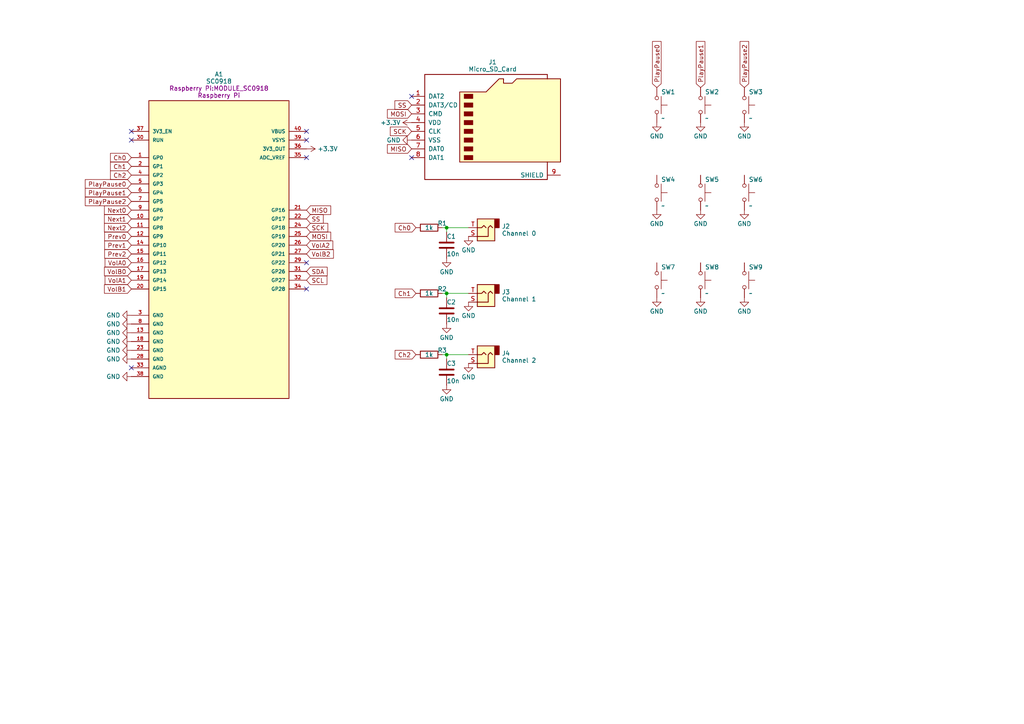
<source format=kicad_sch>
(kicad_sch (version 20230121) (generator eeschema)
  (paper "A4")
  (lib_symbols
    (symbol "Connector:Micro_SD_Card" (pin_names (offset 1.016))
      (property "Reference" "J" (at -16.51 15.24 0))
      (property "Value" "Micro_SD_Card" (at 16.51 15.24 0))
      (symbol "Micro_SD_Card_0_1"
        (rectangle (start -7.62 -9.525) (end -5.08 -10.795) (fill (type outline)))
        (rectangle (start -7.62 -6.985) (end -5.08 -8.255) (fill (type outline)))
        (rectangle (start -7.62 -4.445) (end -5.08 -5.715) (fill (type outline)))
        (rectangle (start -7.62 -1.905) (end -5.08 -3.175) (fill (type outline)))
        (rectangle (start -7.62 0.635) (end -5.08 -0.635) (fill (type outline)))
        (rectangle (start -7.62 3.175) (end -5.08 1.905) (fill (type outline)))
        (rectangle (start -7.62 5.715) (end -5.08 4.445) (fill (type outline)))
        (rectangle (start -7.62 8.255) (end -5.08 6.985) (fill (type outline)))
        (polyline (pts (xy 16.51 12.7) (xy 16.51 13.97) (xy -19.05 13.97) (xy -19.05 -16.51) (xy 16.51 -16.51) (xy 16.51 -11.43)) (stroke (width 0.254)))
        (polyline (pts (xy -8.89 -11.43) (xy -8.89 8.89) (xy -1.27 8.89) (xy 2.54 12.7) (xy 3.81 12.7) (xy 3.81 11.43) (xy 6.35 11.43) (xy 7.62 12.7) (xy 20.32 12.7) (xy 20.32 -11.43) (xy -8.89 -11.43)) (stroke (width 0.254)) (fill (type background)))
      )
      (symbol "Micro_SD_Card_1_1"
        (pin bidirectional line (at -22.86 7.62 0) (length 3.81) (name "DAT2") (number "1"))
        (pin bidirectional line (at -22.86 5.08 0) (length 3.81) (name "DAT3/CD") (number "2"))
        (pin input line (at -22.86 2.54 0) (length 3.81) (name "CMD") (number "3"))
        (pin power_in line (at -22.86 0 0) (length 3.81) (name "VDD") (number "4"))
        (pin input line (at -22.86 -2.54 0) (length 3.81) (name "CLK") (number "5"))
        (pin power_in line (at -22.86 -5.08 0) (length 3.81) (name "VSS") (number "6"))
        (pin bidirectional line (at -22.86 -7.62 0) (length 3.81) (name "DAT0") (number "7"))
        (pin bidirectional line (at -22.86 -10.16 0) (length 3.81) (name "DAT1") (number "8"))
        (pin passive line (at 20.32 -15.24 180) (length 3.81) (name "SHIELD") (number "9"))
      )
    )
    (symbol "Connector_Audio:AudioJack2"
      (property "Reference" "J" (at 0 8.89 0))
      (property "Value" "AudioJack2" (at 0 6.35 0))
      (symbol "AudioJack2_0_1"
        (rectangle (start -3.81 0) (end -2.54 -2.54) (stroke (width 0.254)) (fill (type outline)))
        (rectangle (start -2.54 3.81) (end 2.54 -2.54) (stroke (width 0.254)) (fill (type background)))
        (polyline (pts (xy 0 0) (xy 0.635 -0.635) (xy 1.27 0) (xy 2.54 0)) (stroke (width 0.254)))
        (polyline (pts (xy 2.54 2.54) (xy -0.635 2.54) (xy -0.635 0) (xy -1.27 -0.635) (xy -1.905 0)) (stroke (width 0.254)))
      )
      (symbol "AudioJack2_1_1"
        (pin passive line (at 5.08 2.54 180) (length 2.54) (name "~") (number "S"))
        (pin passive line (at 5.08 0 180) (length 2.54) (name "~") (number "T"))
      )
    )
    (symbol "Device:C" (pin_numbers hide) (pin_names (offset 0.254))
      (property "Reference" "C" (at 0.635 2.54 0))
      (property "Value" "C" (at 0.635 -2.54 0))
      (symbol "C_0_1"
        (polyline (pts (xy -2.032 -0.762) (xy 2.032 -0.762)) (stroke (width 0.508)))
        (polyline (pts (xy -2.032 0.762) (xy 2.032 0.762)) (stroke (width 0.508)))
      )
      (symbol "C_1_1"
        (pin passive line (at 0 3.81 270) (length 2.794) (name "~") (number "1"))
        (pin passive line (at 0 -3.81 90) (length 2.794) (name "~") (number "2"))
      )
    )
    (symbol "Device:R" (pin_numbers hide) (pin_names (offset 0))
      (property "Reference" "R" (at 2.032 0 90))
      (property "Value" "R" (at 0 0 90))
      (symbol "R_0_1"
        (rectangle (start -1.016 -2.54) (end 1.016 2.54) (stroke (width 0.254)))
      )
      (symbol "R_1_1"
        (pin passive line (at 0 3.81 270) (length 1.27) (name "~") (number "1"))
        (pin passive line (at 0 -3.81 90) (length 1.27) (name "~") (number "2"))
      )
    )
    (symbol "Pico W:SC0918" (pin_names (offset 1.016))
      (property "Reference" "A1" (at 0 58.42 0))
      (property "Value" "SC0918" (at 0 55.88 0))
      (property "Footprint" "Raspberry Pi:MODULE_SC0918" (at -12.7 -46.99 0))
      (property "manufacturer" "Raspberry Pi" (at 0 53.34 0))
      (symbol "SC0918_0_0"
        (pin bidirectional line (at -25.4 26.67 0) (length 5.08) (name "GP0") (number "1"))
        (pin bidirectional line (at -25.4 8.89 0) (length 5.08) (name "GP7") (number "10"))
        (pin bidirectional line (at -25.4 6.35 0) (length 5.08) (name "GP8") (number "11"))
        (pin bidirectional line (at -25.4 3.81 0) (length 5.08) (name "GP9") (number "12"))
        (pin power_in line (at -25.4 -24.13 0) (length 5.08) (name "GND") (number "13"))
        (pin bidirectional line (at -25.4 1.27 0) (length 5.08) (name "GP10") (number "14"))
        (pin bidirectional line (at -25.4 -1.27 0) (length 5.08) (name "GP11") (number "15"))
        (pin bidirectional line (at -25.4 -3.81 0) (length 5.08) (name "GP12") (number "16"))
        (pin bidirectional line (at -25.4 -6.35 0) (length 5.08) (name "GP13") (number "17"))
        (pin power_in line (at -25.4 -26.67 0) (length 5.08) (name "GND") (number "18"))
        (pin bidirectional line (at -25.4 -8.89 0) (length 5.08) (name "GP14") (number "19"))
        (pin bidirectional line (at -25.4 24.13 0) (length 5.08) (name "GP1") (number "2"))
        (pin bidirectional line (at -25.4 -11.43 0) (length 5.08) (name "GP15") (number "20"))
        (pin bidirectional line (at 25.4 11.43 180) (length 5.08) (name "GP16") (number "21"))
        (pin bidirectional line (at 25.4 8.89 180) (length 5.08) (name "GP17") (number "22"))
        (pin power_in line (at -25.4 -29.21 0) (length 5.08) (name "GND") (number "23"))
        (pin bidirectional line (at 25.4 6.35 180) (length 5.08) (name "GP18") (number "24"))
        (pin bidirectional line (at 25.4 3.81 180) (length 5.08) (name "GP19") (number "25"))
        (pin bidirectional line (at 25.4 1.27 180) (length 5.08) (name "GP20") (number "26"))
        (pin bidirectional line (at 25.4 -1.27 180) (length 5.08) (name "GP21") (number "27"))
        (pin power_in line (at -25.4 -31.75 0) (length 5.08) (name "GND") (number "28"))
        (pin bidirectional line (at 25.4 -3.81 180) (length 5.08) (name "GP22") (number "29"))
        (pin power_in line (at -25.4 -19.05 0) (length 5.08) (name "GND") (number "3"))
        (pin input line (at -25.4 31.75 0) (length 5.08) (name "RUN") (number "30"))
        (pin bidirectional line (at 25.4 -6.35 180) (length 5.08) (name "GP26") (number "31"))
        (pin bidirectional line (at 25.4 -8.89 180) (length 5.08) (name "GP27") (number "32"))
        (pin power_in line (at -25.4 -34.29 0) (length 5.08) (name "AGND") (number "33"))
        (pin bidirectional line (at 25.4 -11.43 180) (length 5.08) (name "GP28") (number "34"))
        (pin power_in line (at 25.4 26.67 180) (length 5.08) (name "ADC_VREF") (number "35"))
        (pin power_in line (at 25.4 29.21 180) (length 5.08) (name "3V3_OUT") (number "36"))
        (pin input line (at -25.4 34.29 0) (length 5.08) (name "3V3_EN") (number "37"))
        (pin power_in line (at -25.4 -36.83 0) (length 5.08) (name "GND") (number "38"))
        (pin free line (at 25.4 31.75 180) (length 5.08) (name "VSYS") (number "39"))
        (pin bidirectional line (at -25.4 21.59 0) (length 5.08) (name "GP2") (number "4"))
        (pin free line (at 25.4 34.29 180) (length 5.08) (name "VBUS") (number "40"))
        (pin bidirectional line (at -25.4 19.05 0) (length 5.08) (name "GP3") (number "5"))
        (pin bidirectional line (at -25.4 16.51 0) (length 5.08) (name "GP4") (number "6"))
        (pin bidirectional line (at -25.4 13.97 0) (length 5.08) (name "GP5") (number "7"))
        (pin power_in line (at -25.4 -21.59 0) (length 5.08) (name "GND") (number "8"))
        (pin bidirectional line (at -25.4 11.43 0) (length 5.08) (name "GP6") (number "9"))
      )
      (symbol "SC0918_1_0"
        (rectangle (start -20.32 43.18) (end 20.32 -43.18) (stroke (width 0.254)) (fill (type background)))
      )
    )
    (symbol "Switch:SW_Push" (pin_numbers hide) (pin_names (offset 1.016) hide)
      (property "Reference" "SW" (at 1.27 2.54 0))
      (property "Value" "SW_Push" (at 0 -1.524 0))
      (symbol "SW_Push_0_1"
        (circle (center -2.032 0) (radius 0.508))
        (polyline (pts (xy 0 1.27) (xy 0 3.048)))
        (polyline (pts (xy 2.54 1.27) (xy -2.54 1.27)))
        (circle (center 2.032 0) (radius 0.508))
        (pin passive line (at -5.08 0 0) (length 2.54) (name "1") (number "1"))
        (pin passive line (at 5.08 0 180) (length 2.54) (name "2") (number "2"))
      )
    )
    (symbol "power:+3.3V" (power) (pin_names (offset 0))
      (property "Value" "+3.3V" (at 0 3.556 0))
      (symbol "+3.3V_0_1"
        (polyline (pts (xy -0.762 1.27) (xy 0 2.54)))
        (polyline (pts (xy 0 0) (xy 0 2.54)))
        (polyline (pts (xy 0 2.54) (xy 0.762 1.27)))
      )
      (symbol "+3.3V_1_1"
        (pin power_in line (at 0 0 90) (length 0) hide (name "+3.3V") (number "1"))
      )
    )
    (symbol "power:GND" (power) (pin_names (offset 0))
      (property "Value" "GND" (at 0 -3.81 0))
      (symbol "GND_0_1"
        (polyline (pts (xy 0 0) (xy 0 -1.27) (xy 1.27 -1.27) (xy 0 -2.54) (xy -1.27 -1.27) (xy 0 -1.27)))
      )
      (symbol "GND_1_1"
        (pin power_in line (at 0 0 270) (length 0) hide (name "GND") (number "1"))
      )
    )
  )
  (junction (at 129.54 85.09))
  (junction (at 129.54 66.04))
  (junction (at 129.54 102.87))
  (no_connect (at 38.1 40.64))
  (no_connect (at 119.38 27.94))
  (no_connect (at 38.1 106.68))
  (no_connect (at 88.9 45.72))
  (no_connect (at 88.9 40.64))
  (no_connect (at 88.9 83.82))
  (no_connect (at 38.1 38.1))
  (no_connect (at 88.9 38.1))
  (no_connect (at 119.38 45.72))
  (no_connect (at 88.9 76.2))
  (wire (pts (xy 129.54 66.04) (xy 135.89 66.04)))
  (wire (pts (xy 129.54 102.87) (xy 135.89 102.87)))
  (wire (pts (xy 129.54 66.04) (xy 129.54 67.31)))
  (wire (pts (xy 129.54 85.09) (xy 129.54 86.36)))
  (wire (pts (xy 129.54 85.09) (xy 135.89 85.09)))
  (wire (pts (xy 128.27 66.04) (xy 129.54 66.04)))
  (wire (pts (xy 128.27 102.87) (xy 129.54 102.87)))
  (wire (pts (xy 129.54 102.87) (xy 129.54 104.14)))
  (wire (pts (xy 128.27 85.09) (xy 129.54 85.09)))
  (global_label "Next2" (shape input) (at 38.1 66.04 180) (property "Intersheetrefs" "${INTERSHEET_REFS}" (effects hide)))
  (global_label "PlayPause2" (shape input) (at 215.9 25.4 90) (property "Intersheetrefs" "${INTERSHEET_REFS}" (effects hide)))
  (global_label "PlayPause1" (shape input) (at 203.2 25.4 90) (property "Intersheetrefs" "${INTERSHEET_REFS}" (effects hide)))
  (global_label "Ch2" (shape input) (at 38.1 50.8 180) (property "Intersheetrefs" "${INTERSHEET_REFS}" (effects hide)))
  (global_label "Ch0" (shape input) (at 38.1 45.72 180) (property "Intersheetrefs" "${INTERSHEET_REFS}" (effects hide)))
  (global_label "MISO" (shape input) (at 119.38 43.18 180) (property "Intersheetrefs" "${INTERSHEET_REFS}" (effects hide)))
  (global_label "PlayPause0" (shape input) (at 190.5 25.4 90) (property "Intersheetrefs" "${INTERSHEET_REFS}" (effects hide)))
  (global_label "SCK" (shape input) (at 119.38 38.1 180) (property "Intersheetrefs" "${INTERSHEET_REFS}" (effects hide)))
  (global_label "MOSI" (shape input) (at 88.9 68.58 0) (property "Intersheetrefs" "${INTERSHEET_REFS}" (effects hide)))
  (global_label "Ch2" (shape input) (at 120.65 102.87 180) (property "Intersheetrefs" "${INTERSHEET_REFS}" (effects hide)))
  (global_label "VolB2" (shape input) (at 88.9 73.66 0) (property "Intersheetrefs" "${INTERSHEET_REFS}" (effects hide)))
  (global_label "Prev2" (shape input) (at 38.1 73.66 180) (property "Intersheetrefs" "${INTERSHEET_REFS}" (effects hide)))
  (global_label "VolA1" (shape input) (at 38.1 81.28 180) (property "Intersheetrefs" "${INTERSHEET_REFS}" (effects hide)))
  (global_label "Ch1" (shape input) (at 120.65 85.09 180) (property "Intersheetrefs" "${INTERSHEET_REFS}" (effects hide)))
  (global_label "VolA0" (shape input) (at 38.1 76.2 180) (property "Intersheetrefs" "${INTERSHEET_REFS}" (effects hide)))
  (global_label "SDA" (shape input) (at 88.9 78.74 0) (property "Intersheetrefs" "${INTERSHEET_REFS}" (effects hide)))
  (global_label "PlayPause0" (shape input) (at 38.1 53.34 180) (property "Intersheetrefs" "${INTERSHEET_REFS}" (effects hide)))
  (global_label "VolB1" (shape input) (at 38.1 83.82 180) (property "Intersheetrefs" "${INTERSHEET_REFS}" (effects hide)))
  (global_label "PlayPause1" (shape input) (at 38.1 55.88 180) (property "Intersheetrefs" "${INTERSHEET_REFS}" (effects hide)))
  (global_label "PlayPause2" (shape input) (at 38.1 58.42 180) (property "Intersheetrefs" "${INTERSHEET_REFS}" (effects hide)))
  (global_label "Prev1" (shape input) (at 38.1 71.12 180) (property "Intersheetrefs" "${INTERSHEET_REFS}" (effects hide)))
  (global_label "MOSI" (shape input) (at 119.38 33.02 180) (property "Intersheetrefs" "${INTERSHEET_REFS}" (effects hide)))
  (global_label "SS" (shape input) (at 119.38 30.48 180) (property "Intersheetrefs" "${INTERSHEET_REFS}" (effects hide)))
  (global_label "Next1" (shape input) (at 38.1 63.5 180) (property "Intersheetrefs" "${INTERSHEET_REFS}" (effects hide)))
  (global_label "VolB0" (shape input) (at 38.1 78.74 180) (property "Intersheetrefs" "${INTERSHEET_REFS}" (effects hide)))
  (global_label "SS" (shape input) (at 88.9 63.5 0) (property "Intersheetrefs" "${INTERSHEET_REFS}" (effects hide)))
  (global_label "Ch1" (shape input) (at 38.1 48.26 180) (property "Intersheetrefs" "${INTERSHEET_REFS}" (effects hide)))
  (global_label "Ch0" (shape input) (at 120.65 66.04 180) (property "Intersheetrefs" "${INTERSHEET_REFS}" (effects hide)))
  (global_label "MISO" (shape input) (at 88.9 60.96 0) (property "Intersheetrefs" "${INTERSHEET_REFS}" (effects hide)))
  (global_label "SCL" (shape input) (at 88.9 81.28 0) (property "Intersheetrefs" "${INTERSHEET_REFS}" (effects hide)))
  (global_label "Prev0" (shape input) (at 38.1 68.58 180) (property "Intersheetrefs" "${INTERSHEET_REFS}" (effects hide)))
  (global_label "Next0" (shape input) (at 38.1 60.96 180) (property "Intersheetrefs" "${INTERSHEET_REFS}" (effects hide)))
  (global_label "VolA2" (shape input) (at 88.9 71.12 0) (property "Intersheetrefs" "${INTERSHEET_REFS}" (effects hide)))
  (global_label "SCK" (shape input) (at 88.9 66.04 0) (property "Intersheetrefs" "${INTERSHEET_REFS}" (effects hide)))
  (symbol (lib_id "Switch:SW_Push") (at 190.5 81.28 270) (unit 1)
    (property "Reference" "SW7" (at 191.77 77.47 90) (effects (justify left)))
    (property "Value" "~" (at 191.77 85.09 90) (effects (justify left)))
  )
  (symbol (lib_id "Switch:SW_Push") (at 215.9 55.88 270) (unit 1)
    (property "Reference" "SW6" (at 217.17 52.07 90) (effects (justify left)))
    (property "Value" "~" (at 217.17 59.69 90) (effects (justify left)))
  )
  (symbol (lib_id "power:GND") (at 135.89 87.63 0) (unit 1)
    (property "Reference" "#PWR012" (effects hide))
    (property "Value" "GND" (at 135.89 91.575 0))
  )
  (symbol (lib_id "Device:R") (at 124.46 85.09 90) (unit 1)
    (property "Reference" "R2" (at 128.27 83.82 90))
    (property "Value" "1k" (at 124.46 85.09 90))
  )
  (symbol (lib_id "power:GND") (at 215.9 86.36 0) (unit 1)
    (property "Reference" "#PWR025" (effects hide))
    (property "Value" "GND" (at 215.9 90.305 0))
  )
  (symbol (lib_id "power:GND") (at 135.89 68.58 0) (unit 1)
    (property "Reference" "#PWR011" (effects hide))
    (property "Value" "GND" (at 135.89 72.525 0))
  )
  (symbol (lib_id "Device:R") (at 124.46 102.87 90) (unit 1)
    (property "Reference" "R3" (at 128.27 101.6 90))
    (property "Value" "1k" (at 124.46 102.87 90))
  )
  (symbol (lib_id "Connector_Audio:AudioJack2") (at 140.97 102.87 180) (unit 1)
    (property "Reference" "J4" (at 145.542 102.481 0) (effects (justify right)))
    (property "Value" "Channel 2" (at 145.542 104.529 0) (effects (justify right)))
  )
  (symbol (lib_id "power:GND") (at 119.38 40.64 270) (unit 1)
    (property "Reference" "#PWR010" (effects hide))
    (property "Value" "GND" (at 116.2051 40.64 90) (effects (justify right)))
  )
  (symbol (lib_id "Switch:SW_Push") (at 203.2 30.48 270) (unit 1)
    (property "Reference" "SW2" (at 204.47 26.67 90) (effects (justify left)))
    (property "Value" "~" (at 204.47 34.29 90) (effects (justify left)))
  )
  (symbol (lib_id "Pico W:SC0918") (at 63.5 72.39 0) (unit 1)
    (property "Reference" "A1" (at 63.5 21.534 0))
    (property "Value" "SC0918" (at 63.5 23.582 0))
    (property "Footprint" "Raspberry Pi:MODULE_SC0918" (at 63.5 25.63 0))
    (property "Datasheet" "https://datasheets.raspberrypi.com/picow/pico-w-datasheet.pdf" (effects hide))
    (property "manufacturer" "Raspberry Pi" (at 63.5 27.678 0))
    (property "P/N" "SC0918" (effects hide))
    (property "PARTREV" "1.6" (effects hide))
    (property "MAXIMUM_PACKAGE_HEIGHT" "3.73mm" (effects hide))
  )
  (symbol (lib_id "power:+3.3V") (at 119.38 35.56 90) (unit 1)
    (property "Reference" "#PWR09" (effects hide))
    (property "Value" "+3.3V" (at 116.205 35.56 90) (effects (justify left)))
  )
  (symbol (lib_id "power:GND") (at 38.1 104.14 270) (unit 1)
    (property "Reference" "#PWR07" (effects hide))
    (property "Value" "GND" (at 34.9251 104.14 90) (effects (justify right)))
  )
  (symbol (lib_id "power:GND") (at 38.1 93.98 270) (unit 1)
    (property "Reference" "#PWR03" (effects hide))
    (property "Value" "GND" (at 34.9251 93.98 90) (effects (justify right)))
  )
  (symbol (lib_id "power:GND") (at 203.2 60.96 0) (unit 1)
    (property "Reference" "#PWR021" (effects hide))
    (property "Value" "GND" (at 203.2 64.905 0))
  )
  (symbol (lib_id "Connector_Audio:AudioJack2") (at 140.97 85.09 180) (unit 1)
    (property "Reference" "J3" (at 145.542 84.701 0) (effects (justify right)))
    (property "Value" "Channel 1" (at 145.542 86.749 0) (effects (justify right)))
  )
  (symbol (lib_id "Connector:Micro_SD_Card") (at 142.24 35.56 0) (unit 1)
    (property "Reference" "J1" (at 142.875 18.01 0))
    (property "Value" "Micro_SD_Card" (at 142.875 20.058 0))
    (property "Datasheet" "http://katalog.we-online.de/em/datasheet/693072010801.pdf" (effects hide))
  )
  (symbol (lib_id "Device:C") (at 129.54 90.17 0) (unit 1)
    (property "Reference" "C2" (at 129.54 87.63 0) (effects (justify left)))
    (property "Value" "10n" (at 129.54 92.71 0) (effects (justify left)))
  )
  (symbol (lib_id "power:GND") (at 135.89 105.41 0) (unit 1)
    (property "Reference" "#PWR015" (effects hide))
    (property "Value" "GND" (at 135.89 109.355 0))
  )
  (symbol (lib_id "Switch:SW_Push") (at 190.5 55.88 270) (unit 1)
    (property "Reference" "SW4" (at 191.77 52.07 90) (effects (justify left)))
    (property "Value" "~" (at 191.77 59.69 90) (effects (justify left)))
  )
  (symbol (lib_id "power:GND") (at 38.1 91.44 270) (unit 1)
    (property "Reference" "#PWR02" (effects hide))
    (property "Value" "GND" (at 34.9251 91.44 90) (effects (justify right)))
  )
  (symbol (lib_id "Device:R") (at 124.46 66.04 90) (unit 1)
    (property "Reference" "R1" (at 128.27 64.77 90))
    (property "Value" "1k" (at 124.46 66.04 90))
  )
  (symbol (lib_id "power:GND") (at 38.1 109.22 270) (unit 1)
    (property "Reference" "#PWR08" (effects hide))
    (property "Value" "GND" (at 34.9251 109.22 90) (effects (justify right)))
  )
  (symbol (lib_id "power:GND") (at 203.2 86.36 0) (unit 1)
    (property "Reference" "#PWR024" (effects hide))
    (property "Value" "GND" (at 203.2 90.305 0))
  )
  (symbol (lib_id "power:GND") (at 38.1 96.52 270) (unit 1)
    (property "Reference" "#PWR04" (effects hide))
    (property "Value" "GND" (at 34.9251 96.52 90) (effects (justify right)))
  )
  (symbol (lib_id "power:GND") (at 129.54 74.93 0) (unit 1)
    (property "Reference" "#PWR014" (effects hide))
    (property "Value" "GND" (at 129.54 78.875 0))
  )
  (symbol (lib_id "Switch:SW_Push") (at 215.9 30.48 270) (unit 1)
    (property "Reference" "SW3" (at 217.17 26.67 90) (effects (justify left)))
    (property "Value" "~" (at 217.17 34.29 90) (effects (justify left)))
  )
  (symbol (lib_id "Connector_Audio:AudioJack2") (at 140.97 66.04 180) (unit 1)
    (property "Reference" "J2" (at 145.542 65.651 0) (effects (justify right)))
    (property "Value" "Channel 0" (at 145.542 67.699 0) (effects (justify right)))
  )
  (symbol (lib_id "power:GND") (at 190.5 35.56 0) (unit 1)
    (property "Reference" "#PWR017" (effects hide))
    (property "Value" "GND" (at 190.5 39.505 0))
  )
  (symbol (lib_id "power:GND") (at 129.54 111.76 0) (unit 1)
    (property "Reference" "#PWR016" (effects hide))
    (property "Value" "GND" (at 129.54 115.705 0))
  )
  (symbol (lib_id "power:GND") (at 38.1 99.06 270) (unit 1)
    (property "Reference" "#PWR05" (effects hide))
    (property "Value" "GND" (at 34.9251 99.06 90) (effects (justify right)))
  )
  (symbol (lib_id "power:+3.3V") (at 88.9 43.18 270) (unit 1)
    (property "Reference" "#PWR01" (effects hide))
    (property "Value" "+3.3V" (at 92.075 43.18 90) (effects (justify left)))
  )
  (symbol (lib_id "power:GND") (at 215.9 35.56 0) (unit 1)
    (property "Reference" "#PWR019" (effects hide))
    (property "Value" "GND" (at 215.9 39.505 0))
  )
  (symbol (lib_id "Switch:SW_Push") (at 190.5 30.48 270) (unit 1)
    (property "Reference" "SW1" (at 191.77 26.67 90) (effects (justify left)))
    (property "Value" "~" (at 191.77 34.29 90) (effects (justify left)))
  )
  (symbol (lib_id "power:GND") (at 190.5 60.96 0) (unit 1)
    (property "Reference" "#PWR020" (effects hide))
    (property "Value" "GND" (at 190.5 64.905 0))
  )
  (symbol (lib_id "Switch:SW_Push") (at 215.9 81.28 270) (unit 1)
    (property "Reference" "SW9" (at 217.17 77.47 90) (effects (justify left)))
    (property "Value" "~" (at 217.17 85.09 90) (effects (justify left)))
  )
  (symbol (lib_id "Device:C") (at 129.54 71.12 0) (unit 1)
    (property "Reference" "C1" (at 129.54 68.58 0) (effects (justify left)))
    (property "Value" "10n" (at 129.54 73.66 0) (effects (justify left)))
  )
  (symbol (lib_id "power:GND") (at 203.2 35.56 0) (unit 1)
    (property "Reference" "#PWR018" (effects hide))
    (property "Value" "GND" (at 203.2 39.505 0))
  )
  (symbol (lib_id "Switch:SW_Push") (at 203.2 81.28 270) (unit 1)
    (property "Reference" "SW8" (at 204.47 77.47 90) (effects (justify left)))
    (property "Value" "~" (at 204.47 85.09 90) (effects (justify left)))
  )
  (symbol (lib_id "Device:C") (at 129.54 107.95 0) (unit 1)
    (property "Reference" "C3" (at 129.54 105.41 0) (effects (justify left)))
    (property "Value" "10n" (at 129.54 110.49 0) (effects (justify left)))
  )
  (symbol (lib_id "power:GND") (at 129.54 93.98 0) (unit 1)
    (property "Reference" "#PWR013" (effects hide))
    (property "Value" "GND" (at 129.54 97.925 0))
  )
  (symbol (lib_id "Switch:SW_Push") (at 203.2 55.88 270) (unit 1)
    (property "Reference" "SW5" (at 204.47 52.07 90) (effects (justify left)))
    (property "Value" "~" (at 204.47 59.69 90) (effects (justify left)))
  )
  (symbol (lib_id "power:GND") (at 190.5 86.36 0) (unit 1)
    (property "Reference" "#PWR023" (effects hide))
    (property "Value" "GND" (at 190.5 90.305 0))
  )
  (symbol (lib_id "power:GND") (at 215.9 60.96 0) (unit 1)
    (property "Reference" "#PWR022" (effects hide))
    (property "Value" "GND" (at 215.9 64.905 0))
  )
  (symbol (lib_id "power:GND") (at 38.1 101.6 270) (unit 1)
    (property "Reference" "#PWR06" (effects hide))
    (property "Value" "GND" (at 34.9251 101.6 90) (effects (justify right)))
  )
)
</source>
